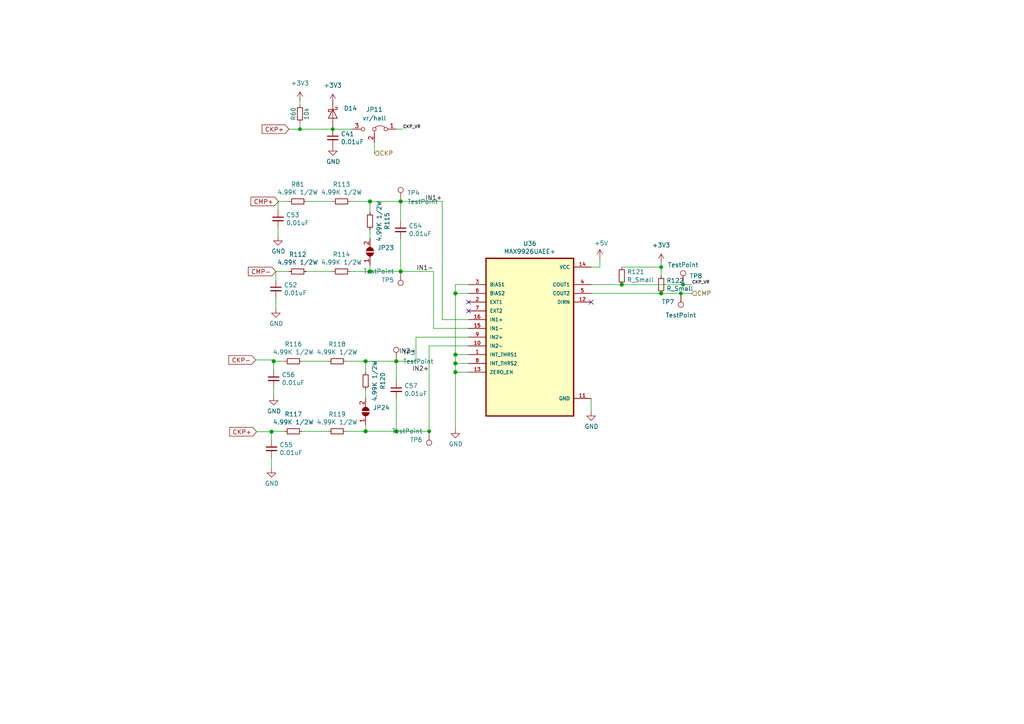
<source format=kicad_sch>
(kicad_sch (version 20211123) (generator eeschema)
  (paper "A4")
  (title_block (title "uEFI") (date "%%date%%") (rev "%%version%%") (company "Churrosoft") (comment 1 "MIT Licence"))
  (lib_symbols
    (symbol "Connector:TestPoint" (pin_numbers hide) (pin_names (offset 0.762) hide)
      (property "Reference" "TP" (at 0 6.858 0))
      (property "Value" "TestPoint" (at 0 5.08 0))
      (symbol "TestPoint_0_1"
        (circle (center 0 3.302) (radius 0.762))
      )
      (symbol "TestPoint_1_1"
        (pin passive line (at 0 0 90) (length 2.54) (name "1") (number "1"))
      )
    )
    (symbol "Device:C_Small" (pin_numbers hide) (pin_names (offset 0.254) hide)
      (property "Reference" "C" (at 0.254 1.778 0))
      (property "Value" "C_Small" (at 0.254 -2.032 0))
      (symbol "C_Small_0_1"
        (polyline (pts (xy -1.524 -0.508) (xy 1.524 -0.508)) (stroke (width 0.3302)))
        (polyline (pts (xy -1.524 0.508) (xy 1.524 0.508)) (stroke (width 0.3048)))
      )
      (symbol "C_Small_1_1"
        (pin passive line (at 0 2.54 270) (length 2.032) (name "~") (number "1"))
        (pin passive line (at 0 -2.54 90) (length 2.032) (name "~") (number "2"))
      )
    )
    (symbol "Device:R_Small" (pin_numbers hide) (pin_names (offset 0.254) hide)
      (property "Reference" "R" (at 0.762 0.508 0))
      (property "Value" "R_Small" (at 0.762 -1.016 0))
      (symbol "R_Small_0_1"
        (rectangle (start -0.762 1.778) (end 0.762 -1.778) (stroke (width 0.2032)))
      )
      (symbol "R_Small_1_1"
        (pin passive line (at 0 2.54 270) (length 0.762) (name "~") (number "1"))
        (pin passive line (at 0 -2.54 90) (length 0.762) (name "~") (number "2"))
      )
    )
    (symbol "Diode:PMEG2020EH" (pin_numbers hide) (pin_names hide)
      (property "Reference" "D" (at 0 2.54 0))
      (property "Value" "PMEG2020EH" (at 0 -2.54 0))
      (symbol "PMEG2020EH_0_1"
        (polyline (pts (xy 1.27 0) (xy -1.27 0)))
        (polyline (pts (xy 1.27 1.27) (xy 1.27 -1.27) (xy -1.27 0) (xy 1.27 1.27)) (stroke (width 0.2032)))
        (polyline (pts (xy -1.905 0.635) (xy -1.905 1.27) (xy -1.27 1.27) (xy -1.27 -1.27) (xy -0.635 -1.27) (xy -0.635 -0.635)) (stroke (width 0.2032)))
      )
      (symbol "PMEG2020EH_1_1"
        (pin passive line (at -3.81 0 0) (length 2.54) (name "K") (number "1"))
        (pin passive line (at 3.81 0 180) (length 2.54) (name "A") (number "2"))
      )
    )
    (symbol "Jumper:Jumper_3_Bridged12" (pin_names (offset 0) hide)
      (property "Reference" "JP" (at -2.54 -2.54 0))
      (property "Value" "Jumper_3_Bridged12" (at 0 2.794 0))
      (symbol "Jumper_3_Bridged12_0_0"
        (circle (center -3.302 0) (radius 0.508))
        (circle (center 0 0) (radius 0.508))
        (circle (center 3.302 0) (radius 0.508))
      )
      (symbol "Jumper_3_Bridged12_0_1"
        (arc (start -0.254 0.508) (mid -1.651 0.9912) (end -3.048 0.508))
        (polyline (pts (xy 0 -1.27) (xy 0 -0.508)))
      )
      (symbol "Jumper_3_Bridged12_1_1"
        (pin passive line (at -6.35 0 0) (length 2.54) (name "A") (number "1"))
        (pin passive line (at 0 -3.81 90) (length 2.54) (name "C") (number "2"))
        (pin passive line (at 6.35 0 180) (length 2.54) (name "B") (number "3"))
      )
    )
    (symbol "Jumper:SolderJumper_2_Open" (pin_names (offset 0) hide)
      (property "Reference" "JP" (at 0 2.032 0))
      (property "Value" "SolderJumper_2_Open" (at 0 -2.54 0))
      (symbol "SolderJumper_2_Open_0_1"
        (arc (start -0.254 1.016) (mid -1.27 0) (end -0.254 -1.016))
        (arc (start -0.254 1.016) (mid -1.27 0) (end -0.254 -1.016) (fill (type outline)))
        (polyline (pts (xy -0.254 1.016) (xy -0.254 -1.016)))
        (polyline (pts (xy 0.254 1.016) (xy 0.254 -1.016)))
        (arc (start 0.254 -1.016) (mid 1.27 0) (end 0.254 1.016))
        (arc (start 0.254 -1.016) (mid 1.27 0) (end 0.254 1.016) (fill (type outline)))
      )
      (symbol "SolderJumper_2_Open_1_1"
        (pin passive line (at -3.81 0 0) (length 2.54) (name "A") (number "1"))
        (pin passive line (at 3.81 0 180) (length 2.54) (name "B") (number "2"))
      )
    )
    (symbol "OpenEFI-STM32-rev3:MAX9926UAEE+" (pin_names (offset 1.016))
      (property "Reference" "U" (at -12.7 23.8506 0))
      (property "Value" "MAX9926UAEE+" (at -12.7 -26.8478 0))
      (symbol "MAX9926UAEE+_0_0"
        (rectangle (start -12.7 -22.86) (end 12.7 22.86) (stroke (width 0.4064)) (fill (type background)))
        (pin input line (at -17.78 -5.08 0) (length 5.08) (name "INT_THRS1") (number "1"))
        (pin input line (at -17.78 -2.54 0) (length 5.08) (name "IN2-") (number "10"))
        (pin power_in line (at 17.78 -17.78 180) (length 5.08) (name "GND") (number "11"))
        (pin output line (at 17.78 10.16 180) (length 5.08) (name "DIRN") (number "12"))
        (pin input line (at -17.78 -10.16 0) (length 5.08) (name "ZERO_EN") (number "13"))
        (pin power_in line (at 17.78 20.32 180) (length 5.08) (name "VCC") (number "14"))
        (pin input line (at -17.78 2.54 0) (length 5.08) (name "IN1-") (number "15"))
        (pin input line (at -17.78 5.08 0) (length 5.08) (name "IN1+") (number "16"))
        (pin input line (at -17.78 10.16 0) (length 5.08) (name "EXT1") (number "2"))
        (pin input line (at -17.78 15.24 0) (length 5.08) (name "BIAS1") (number "3"))
        (pin output line (at 17.78 15.24 180) (length 5.08) (name "COUT1") (number "4"))
        (pin output line (at 17.78 12.7 180) (length 5.08) (name "COUT2") (number "5"))
        (pin input line (at -17.78 12.7 0) (length 5.08) (name "BIAS2") (number "6"))
        (pin input line (at -17.78 7.62 0) (length 5.08) (name "EXT2") (number "7"))
        (pin input line (at -17.78 -7.62 0) (length 5.08) (name "INT_THRS2") (number "8"))
        (pin input line (at -17.78 0 0) (length 5.08) (name "IN2+") (number "9"))
      )
    )
    (symbol "power:+3V3" (power) (pin_names (offset 0))
      (property "Value" "+3V3" (at 0 3.556 0))
      (symbol "+3V3_0_1"
        (polyline (pts (xy -0.762 1.27) (xy 0 2.54)))
        (polyline (pts (xy 0 0) (xy 0 2.54)))
        (polyline (pts (xy 0 2.54) (xy 0.762 1.27)))
      )
      (symbol "+3V3_1_1"
        (pin power_in line (at 0 0 90) (length 0) hide (name "+3V3") (number "1"))
      )
    )
    (symbol "power:+5V" (power) (pin_names (offset 0))
      (property "Value" "+5V" (at 0 3.556 0))
      (symbol "+5V_0_1"
        (polyline (pts (xy -0.762 1.27) (xy 0 2.54)))
        (polyline (pts (xy 0 0) (xy 0 2.54)))
        (polyline (pts (xy 0 2.54) (xy 0.762 1.27)))
      )
      (symbol "+5V_1_1"
        (pin power_in line (at 0 0 90) (length 0) hide (name "+5V") (number "1"))
      )
    )
    (symbol "power:GND" (power) (pin_names (offset 0))
      (property "Value" "GND" (at 0 -3.81 0))
      (symbol "GND_0_1"
        (polyline (pts (xy 0 0) (xy 0 -1.27) (xy 1.27 -1.27) (xy 0 -2.54) (xy -1.27 -1.27) (xy 0 -1.27)))
      )
      (symbol "GND_1_1"
        (pin power_in line (at 0 0 270) (length 0) hide (name "GND") (number "1"))
      )
    )
  )
  (junction (at 116.205 78.74) (diameter 1.016))
  (junction (at 191.77 85.09) (diameter 1.016))
  (junction (at 116.205 58.42) (diameter 1.016))
  (junction (at 106.045 104.775) (diameter 1.016))
  (junction (at 114.935 125.095) (diameter 1.016))
  (junction (at 132.08 105.41) (diameter 1.016))
  (junction (at 197.485 85.09) (diameter 0.9144))
  (junction (at 78.74 125.222) (diameter 1.016))
  (junction (at 132.08 85.09) (diameter 1.016))
  (junction (at 191.77 77.47))
  (junction (at 132.08 107.95) (diameter 1.016))
  (junction (at 96.52 37.465))
  (junction (at 79.375 104.775) (diameter 1.016))
  (junction (at 106.045 125.095) (diameter 1.016))
  (junction (at 180.34 82.55) (diameter 1.016))
  (junction (at 107.315 78.74) (diameter 1.016))
  (junction (at 114.935 104.775) (diameter 1.016))
  (junction (at 86.995 37.465))
  (junction (at 132.08 102.87) (diameter 1.016))
  (junction (at 107.315 58.42) (diameter 1.016))
  (junction (at 124.46 125.095) (diameter 0.9144))
  (junction (at 198.12 82.55) (diameter 0.9144))
  (no_connect (at 135.89 90.17))
  (no_connect (at 171.45 87.63))
  (no_connect (at 135.89 87.63))
  (wire (pts (xy 87.63 104.775) (xy 95.25 104.775)))
  (wire (pts (xy 88.9 78.74) (xy 96.52 78.74)))
  (wire (pts (xy 125.73 78.74) (xy 116.205 78.74)))
  (wire (pts (xy 132.08 124.46) (xy 132.08 107.95)))
  (wire (pts (xy 107.315 78.74) (xy 116.205 78.74)))
  (wire (pts (xy 132.08 107.95) (xy 135.89 107.95)))
  (wire (pts (xy 132.08 102.87) (xy 135.89 102.87)))
  (wire (pts (xy 135.89 100.33) (xy 124.46 100.33)))
  (wire (pts (xy 132.08 105.41) (xy 135.89 105.41)))
  (wire (pts (xy 135.89 85.09) (xy 132.08 85.09)))
  (wire (pts (xy 79.375 107.315) (xy 79.375 104.775)))
  (wire (pts (xy 171.45 82.55) (xy 180.34 82.55)))
  (wire (pts (xy 171.45 85.09) (xy 191.77 85.09)))
  (wire (pts (xy 116.205 58.42) (xy 107.315 58.42)))
  (wire (pts (xy 132.08 105.41) (xy 132.08 102.87)))
  (wire (pts (xy 86.995 35.56) (xy 86.995 37.465)))
  (wire (pts (xy 106.045 107.95) (xy 106.045 104.775)))
  (wire (pts (xy 86.995 37.465) (xy 96.52 37.465)))
  (wire (pts (xy 124.46 100.33) (xy 124.46 125.095)))
  (wire (pts (xy 114.935 37.465) (xy 116.84 37.465)))
  (wire (pts (xy 135.89 82.55) (xy 132.08 82.55)))
  (wire (pts (xy 106.045 125.095) (xy 114.935 125.095)))
  (wire (pts (xy 114.935 104.775) (xy 106.045 104.775)))
  (wire (pts (xy 128.27 58.42) (xy 116.205 58.42)))
  (wire (pts (xy 124.46 125.095) (xy 114.935 125.095)))
  (wire (pts (xy 107.315 58.42) (xy 101.6 58.42)))
  (wire (pts (xy 135.89 92.71) (xy 128.27 92.71)))
  (wire (pts (xy 114.935 115.57) (xy 114.935 125.095)))
  (wire (pts (xy 120.65 97.79) (xy 120.65 104.775)))
  (wire (pts (xy 106.045 123.19) (xy 106.045 125.095)))
  (wire (pts (xy 128.27 92.71) (xy 128.27 58.42)))
  (wire (pts (xy 80.01 86.36) (xy 80.01 89.535)))
  (wire (pts (xy 80.645 66.04) (xy 80.645 68.58)))
  (wire (pts (xy 74.422 125.222) (xy 78.74 125.222)))
  (wire (pts (xy 114.935 110.49) (xy 114.935 104.775)))
  (wire (pts (xy 101.6 78.74) (xy 107.315 78.74)))
  (wire (pts (xy 106.045 104.775) (xy 100.33 104.775)))
  (wire (pts (xy 132.08 82.55) (xy 132.08 85.09)))
  (wire (pts (xy 78.74 125.095) (xy 82.55 125.095)))
  (wire (pts (xy 125.73 95.25) (xy 125.73 78.74)))
  (wire (pts (xy 100.33 125.095) (xy 106.045 125.095)))
  (wire (pts (xy 88.9 58.42) (xy 96.52 58.42)))
  (wire (pts (xy 191.77 85.09) (xy 197.485 85.09)))
  (wire (pts (xy 197.485 85.09) (xy 200.66 85.09)))
  (wire (pts (xy 191.77 76.2) (xy 191.77 77.47)))
  (wire (pts (xy 135.89 95.25) (xy 125.73 95.25)))
  (wire (pts (xy 80.01 81.28) (xy 80.01 78.74)))
  (wire (pts (xy 80.645 58.42) (xy 83.82 58.42)))
  (wire (pts (xy 79.375 104.775) (xy 82.55 104.775)))
  (wire (pts (xy 96.52 36.83) (xy 96.52 37.465)))
  (wire (pts (xy 171.45 115.57) (xy 171.45 119.38)))
  (wire (pts (xy 191.77 80.01) (xy 191.77 77.47)))
  (wire (pts (xy 180.34 82.55) (xy 198.12 82.55)))
  (wire (pts (xy 198.12 82.55) (xy 200.66 82.55)))
  (wire (pts (xy 107.315 76.835) (xy 107.315 78.74)))
  (wire (pts (xy 78.74 125.222) (xy 78.74 127.635)))
  (wire (pts (xy 107.315 61.595) (xy 107.315 58.42)))
  (wire (pts (xy 116.205 69.215) (xy 116.205 78.74)))
  (wire (pts (xy 74.168 104.394) (xy 79.375 104.394)))
  (wire (pts (xy 191.77 77.47) (xy 180.34 77.47)))
  (wire (pts (xy 79.375 104.394) (xy 79.375 104.775)))
  (wire (pts (xy 132.08 85.09) (xy 132.08 102.87)))
  (wire (pts (xy 83.82 37.465) (xy 86.995 37.465)))
  (wire (pts (xy 120.65 104.775) (xy 114.935 104.775)))
  (wire (pts (xy 87.63 125.095) (xy 95.25 125.095)))
  (wire (pts (xy 173.99 74.93) (xy 173.99 77.47)))
  (wire (pts (xy 108.585 41.275) (xy 108.585 44.45)))
  (wire (pts (xy 173.99 77.47) (xy 171.45 77.47)))
  (wire (pts (xy 107.315 66.675) (xy 107.315 69.215)))
  (wire (pts (xy 78.74 132.715) (xy 78.74 135.89)))
  (wire (pts (xy 86.995 29.21) (xy 86.995 30.48)))
  (wire (pts (xy 80.645 60.96) (xy 80.645 58.42)))
  (wire (pts (xy 135.89 97.79) (xy 120.65 97.79)))
  (wire (pts (xy 79.375 112.395) (xy 79.375 114.935)))
  (wire (pts (xy 96.52 29.21) (xy 96.52 29.845)))
  (wire (pts (xy 78.74 125.095) (xy 78.74 125.222)))
  (wire (pts (xy 80.01 78.74) (xy 83.82 78.74)))
  (wire (pts (xy 116.205 64.135) (xy 116.205 58.42)))
  (wire (pts (xy 132.08 107.95) (xy 132.08 105.41)))
  (wire (pts (xy 106.045 113.03) (xy 106.045 115.57)))
  (wire (pts (xy 96.52 37.465) (xy 102.235 37.465)))
  (label "IN1+" (at 128.27 58.42 180))
  (label "IN2-" (at 120.65 102.87 180))
  (label "CKP_VR" (at 116.84 37.465 0) (effects (font (size 0.889 0.889))))
  (label "IN1-" (at 125.73 78.74 180))
  (label "CKP_VR" (at 200.66 82.55 0) (effects (font (size 0.889 0.889))))
  (label "IN2+" (at 124.46 107.95 180))
  (global_label "CMP-" (shape input) (at 80.01 78.74 180) (property "Intersheet References" "${INTERSHEET_REFS}" (effects hide)))
  (global_label "CMP+" (shape input) (at 80.772 58.42 180) (property "Intersheet References" "${INTERSHEET_REFS}" (effects hide)))
  (global_label "CKP+" (shape input) (at 83.82 37.465 180) (property "Intersheet References" "${INTERSHEET_REFS}" (effects hide)))
  (global_label "CKP-" (shape input) (at 74.168 104.394 180) (property "Intersheet References" "${INTERSHEET_REFS}" (effects hide)))
  (global_label "CKP+" (shape input) (at 74.422 125.222 180) (property "Intersheet References" "${INTERSHEET_REFS}" (effects hide)))
  (hierarchical_label "CKP" (shape input) (at 108.585 44.45 0))
  (hierarchical_label "CMP" (shape input) (at 200.66 85.09 0))
  (symbol (lib_id "Device:R_Small") (at 99.06 78.74 90) (unit 1)
    (property "Reference" "R114" (at 99.06 73.7932 90))
    (property "Value" "4.99K 1/2W" (at 99.06 76.0919 90))
    (property "Footprint" "Resistor_SMD:R_1210_3225Metric" (effects hide))
    (property "LCSC" "C407178" (effects hide))
  )
  (symbol (lib_id "Device:R_Small") (at 86.995 33.02 0) (mirror y) (unit 1)
    (property "Reference" "R60" (at 85.09 33.02 90))
    (property "Value" "10k" (at 88.9 33.02 90))
    (property "Footprint" "Resistor_SMD:R_0603_1608Metric" (effects hide))
  )
  (symbol (lib_id "power:GND") (at 80.01 89.535 0) (unit 1)
    (property "Reference" "#PWR023" (effects hide))
    (property "Value" "GND" (at 80.1243 93.8594 0))
  )
  (symbol (lib_id "Device:C_Small") (at 79.375 109.855 0) (unit 1)
    (property "Reference" "C56" (at 81.6992 108.7056 0) (effects (justify left)))
    (property "Value" "0.01uF" (at 81.6992 111.0043 0) (effects (justify left)))
    (property "Footprint" "Capacitor_SMD:C_0805_2012Metric" (effects hide))
    (property "LCSC" "C100042" (effects hide))
  )
  (symbol (lib_id "Device:R_Small") (at 85.09 125.095 90) (unit 1)
    (property "Reference" "R117" (at 85.09 120.1482 90))
    (property "Value" "4.99K 1/2W" (at 85.09 122.4469 90))
    (property "Footprint" "Resistor_SMD:R_1210_3225Metric" (effects hide))
    (property "LCSC" "C407178" (effects hide))
  )
  (symbol (lib_id "power:+5V") (at 173.99 74.93 0) (unit 1)
    (property "Reference" "#PWR0163" (effects hide))
    (property "Value" "+5V" (at 174.371 70.5358 0))
  )
  (symbol (lib_id "power:GND") (at 132.08 124.46 0) (unit 1)
    (property "Reference" "#PWR0176" (effects hide))
    (property "Value" "GND" (at 132.1943 128.7844 0))
  )
  (symbol (lib_id "Device:C_Small") (at 78.74 130.175 0) (unit 1)
    (property "Reference" "C55" (at 81.0642 129.0256 0) (effects (justify left)))
    (property "Value" "0.01uF" (at 81.0642 131.3243 0) (effects (justify left)))
    (property "Footprint" "Capacitor_SMD:C_0805_2012Metric" (effects hide))
    (property "LCSC" "C100042" (effects hide))
  )
  (symbol (lib_id "power:GND") (at 80.645 68.58 0) (unit 1)
    (property "Reference" "#PWR0172" (effects hide))
    (property "Value" "GND" (at 80.7593 72.9044 0))
  )
  (symbol (lib_id "Device:R_Small") (at 85.09 104.775 90) (unit 1)
    (property "Reference" "R116" (at 85.09 99.8282 90))
    (property "Value" "4.99K 1/2W" (at 85.09 102.1269 90))
    (property "Footprint" "Resistor_SMD:R_1210_3225Metric" (effects hide))
    (property "LCSC" "C407178" (effects hide))
  )
  (symbol (lib_id "Device:C_Small") (at 96.52 40.005 0) (unit 1)
    (property "Reference" "C41" (at 98.8442 38.8556 0) (effects (justify left)))
    (property "Value" "0.01uF" (at 98.8442 41.1543 0) (effects (justify left)))
    (property "Footprint" "Capacitor_SMD:C_0805_2012Metric" (effects hide))
    (property "LCSC" "C100042" (effects hide))
  )
  (symbol (lib_id "Connector:TestPoint") (at 116.205 78.74 180) (unit 1)
    (property "Reference" "TP5" (at 114.3 81.2166 0) (effects (justify left)))
    (property "Value" "TestPoint" (at 114.3 78.6766 0) (effects (justify left)))
    (property "Footprint" "TestPoint:TestPoint_Pad_1.0x1.0mm" (effects hide))
  )
  (symbol (lib_id "power:GND") (at 79.375 114.935 0) (unit 1)
    (property "Reference" "#PWR0174" (effects hide))
    (property "Value" "GND" (at 79.4893 119.2594 0))
  )
  (symbol (lib_id "power:+3V3") (at 191.77 76.2 0) (unit 1)
    (property "Reference" "#PWR0162" (effects hide))
    (property "Value" "+3V3" (at 191.77 71.12 0))
  )
  (symbol (lib_id "Device:R_Small") (at 107.315 64.135 0) (unit 1)
    (property "Reference" "R115" (at 112.2618 64.135 90))
    (property "Value" "4.99K 1/2W" (at 109.9631 64.135 90))
    (property "Footprint" "Resistor_SMD:R_1210_3225Metric" (effects hide))
    (property "LCSC" "C407178" (effects hide))
  )
  (symbol (lib_id "Jumper:SolderJumper_2_Open") (at 106.045 119.38 90) (unit 1)
    (property "Reference" "JP24" (at 108.1787 118.2306 90) (effects (justify right)))
    (property "Value" "SolderJumper_2_Open" (effects hide))
    (property "Footprint" "Jumper:SolderJumper-2_P1.3mm_Open_RoundedPad1.0x1.5mm" (effects hide))
  )
  (symbol (lib_id "power:GND") (at 171.45 119.38 0) (unit 1)
    (property "Reference" "#PWR0177" (effects hide))
    (property "Value" "GND" (at 171.5643 123.7044 0))
  )
  (symbol (lib_id "Device:R_Small") (at 180.34 80.01 0) (unit 1)
    (property "Reference" "R121" (at 181.8387 78.8606 0) (effects (justify left)))
    (property "Value" "R_Small" (at 181.8387 81.1593 0) (effects (justify left)))
    (property "Footprint" "Resistor_SMD:R_0603_1608Metric" (effects hide))
  )
  (symbol (lib_id "power:+3V3") (at 86.995 29.21 0) (unit 1)
    (property "Reference" "#PWR076" (effects hide))
    (property "Value" "+3V3" (at 86.995 24.13 0))
  )
  (symbol (lib_id "power:GND") (at 78.74 135.89 0) (unit 1)
    (property "Reference" "#PWR0173" (effects hide))
    (property "Value" "GND" (at 78.8543 140.2144 0))
  )
  (symbol (lib_id "Connector:TestPoint") (at 197.485 85.09 180) (unit 1)
    (property "Reference" "TP7" (at 195.58 87.5666 0) (effects (justify left)))
    (property "Value" "TestPoint" (at 201.93 91.44 0) (effects (justify left)))
    (property "Footprint" "TestPoint:TestPoint_Pad_1.0x1.0mm" (effects hide))
  )
  (symbol (lib_id "Device:R_Small") (at 97.79 104.775 90) (unit 1)
    (property "Reference" "R118" (at 97.79 99.8282 90))
    (property "Value" "4.99K 1/2W" (at 97.79 102.1269 90))
    (property "Footprint" "Resistor_SMD:R_1210_3225Metric" (effects hide))
    (property "LCSC" "C407178" (effects hide))
  )
  (symbol (lib_id "Diode:PMEG2020EH") (at 96.52 33.02 270) (unit 1)
    (property "Reference" "D14" (at 99.695 31.4324 90) (effects (justify left)))
    (property "Value" "K26" (effects hide))
    (property "Footprint" "Diode_SMD:D_SOD-123F" (effects hide))
    (property "Datasheet" "https://datasheet.lcsc.com/lcsc/2111221830_GOODWORK-K26_C2922179.pdf" (effects hide))
    (property "LCSC" "C2922179" (effects hide))
  )
  (symbol (lib_id "Jumper:Jumper_3_Bridged12") (at 108.585 37.465 0) (mirror y) (unit 1)
    (property "Reference" "JP11" (at 108.585 31.75 0))
    (property "Value" "vr/hall" (at 108.585 34.29 0))
    (property "Footprint" "Jumper:SolderJumper-3_P1.3mm_Bridged2Bar12_Pad1.0x1.5mm_NumberLabels" (effects hide))
  )
  (symbol (lib_id "Device:R_Small") (at 191.77 82.55 0) (unit 1)
    (property "Reference" "R122" (at 193.2687 81.4006 0) (effects (justify left)))
    (property "Value" "R_Small" (at 193.2687 83.6993 0) (effects (justify left)))
    (property "Footprint" "Resistor_SMD:R_0603_1608Metric" (effects hide))
  )
  (symbol (lib_id "power:+3V3") (at 96.52 29.845 0) (unit 1)
    (property "Reference" "#PWR055" (effects hide))
    (property "Value" "+3V3" (at 96.52 24.765 0))
  )
  (symbol (lib_id "Connector:TestPoint") (at 124.46 125.095 180) (unit 1)
    (property "Reference" "TP6" (at 122.555 127.5716 0) (effects (justify left)))
    (property "Value" "TestPoint" (at 122.555 125.0316 0) (effects (justify left)))
    (property "Footprint" "TestPoint:TestPoint_Pad_1.0x1.0mm" (effects hide))
  )
  (symbol (lib_id "OpenEFI-STM32-rev3:MAX9926UAEE+") (at 153.67 97.79 0) (unit 1)
    (property "Reference" "U36" (at 153.67 70.6436 0))
    (property "Value" "MAX9926UAEE+" (at 153.67 72.9423 0))
    (property "Footprint" "OpenEFI-STM32F_rev3:SOP63P602X175-16N" (effects hide))
    (property "Description" "Variable Reluctance Sensor Interface 16-Pin QSOP Tube" (effects hide))
    (property "MF" "Maxim Integrated" (effects hide))
    (property "Availability" "Unavailable" (effects hide))
    (property "Package" "QSOP-16 Maxim" (effects hide))
    (property "MP" "MAX9926UAEE+" (effects hide))
    (property "Price" "None" (effects hide))
  )
  (symbol (lib_id "Device:C_Small") (at 116.205 66.675 0) (unit 1)
    (property "Reference" "C54" (at 118.5292 65.5256 0) (effects (justify left)))
    (property "Value" "0.01uF" (at 118.5292 67.8243 0) (effects (justify left)))
    (property "Footprint" "Capacitor_SMD:C_0805_2012Metric" (effects hide))
    (property "LCSC" "C100042" (effects hide))
  )
  (symbol (lib_id "power:GND") (at 96.52 42.545 0) (unit 1)
    (property "Reference" "#PWR058" (effects hide))
    (property "Value" "GND" (at 96.6343 46.8694 0))
  )
  (symbol (lib_id "Device:R_Small") (at 97.79 125.095 90) (unit 1)
    (property "Reference" "R119" (at 97.79 120.1482 90))
    (property "Value" "4.99K 1/2W" (at 97.79 122.4469 90))
    (property "Footprint" "Resistor_SMD:R_1210_3225Metric" (effects hide))
    (property "LCSC" "C407178" (effects hide))
  )
  (symbol (lib_id "Device:R_Small") (at 86.36 78.74 90) (unit 1)
    (property "Reference" "R112" (at 86.36 73.7932 90))
    (property "Value" "4.99K 1/2W" (at 86.36 76.0919 90))
    (property "Footprint" "Resistor_SMD:R_1210_3225Metric" (effects hide))
    (property "LCSC" "C407178" (effects hide))
  )
  (symbol (lib_id "Device:R_Small") (at 99.06 58.42 90) (unit 1)
    (property "Reference" "R113" (at 99.06 53.4732 90))
    (property "Value" "4.99K 1/2W" (at 99.06 55.7719 90))
    (property "Footprint" "Resistor_SMD:R_1210_3225Metric" (effects hide))
    (property "LCSC" "C407178" (effects hide))
  )
  (symbol (lib_id "Device:R_Small") (at 86.36 58.42 90) (unit 1)
    (property "Reference" "R81" (at 86.36 53.4732 90))
    (property "Value" "4.99K 1/2W" (at 86.36 55.7719 90))
    (property "Footprint" "Resistor_SMD:R_1210_3225Metric" (effects hide))
    (property "LCSC" "C407178" (effects hide))
  )
  (symbol (lib_id "Device:R_Small") (at 106.045 110.49 0) (unit 1)
    (property "Reference" "R120" (at 110.9918 110.49 90))
    (property "Value" "4.99K 1/2W" (at 108.6931 110.49 90))
    (property "Footprint" "Resistor_SMD:R_1210_3225Metric" (effects hide))
    (property "LCSC" "C407178" (effects hide))
  )
  (symbol (lib_id "Device:C_Small") (at 114.935 113.03 0) (unit 1)
    (property "Reference" "C57" (at 117.2592 111.8806 0) (effects (justify left)))
    (property "Value" "0.01uF" (at 117.2592 114.1793 0) (effects (justify left)))
    (property "Footprint" "Capacitor_SMD:C_0805_2012Metric" (effects hide))
    (property "LCSC" "C100042" (effects hide))
  )
  (symbol (lib_id "Connector:TestPoint") (at 198.12 82.55 0) (unit 1)
    (property "Reference" "TP8" (at 200.025 80.0734 0) (effects (justify left)))
    (property "Value" "TestPoint" (at 193.675 76.835 0) (effects (justify left)))
    (property "Footprint" "TestPoint:TestPoint_Pad_1.0x1.0mm" (effects hide))
  )
  (symbol (lib_id "Device:C_Small") (at 80.01 83.82 0) (unit 1)
    (property "Reference" "C52" (at 82.3342 82.6706 0) (effects (justify left)))
    (property "Value" "0.01uF" (at 82.3342 84.9693 0) (effects (justify left)))
    (property "Footprint" "Capacitor_SMD:C_0805_2012Metric" (effects hide))
    (property "LCSC" "C100042" (effects hide))
  )
  (symbol (lib_id "Device:C_Small") (at 80.645 63.5 0) (unit 1)
    (property "Reference" "C53" (at 82.9692 62.3506 0) (effects (justify left)))
    (property "Value" "0.01uF" (at 82.9692 64.6493 0) (effects (justify left)))
    (property "Footprint" "Capacitor_SMD:C_0805_2012Metric" (effects hide))
    (property "LCSC" "C100042" (effects hide))
  )
  (symbol (lib_id "Connector:TestPoint") (at 114.935 104.775 0) (unit 1)
    (property "Reference" "TP3" (at 116.84 102.2984 0) (effects (justify left)))
    (property "Value" "TestPoint" (at 116.84 104.8384 0) (effects (justify left)))
    (property "Footprint" "TestPoint:TestPoint_Pad_1.0x1.0mm" (effects hide))
  )
  (symbol (lib_id "Jumper:SolderJumper_2_Open") (at 107.315 73.025 90) (unit 1)
    (property "Reference" "JP23" (at 109.4487 71.8756 90) (effects (justify right)))
    (property "Value" "SolderJumper_2_Open" (effects hide))
    (property "Footprint" "Jumper:SolderJumper-2_P1.3mm_Open_RoundedPad1.0x1.5mm" (effects hide))
  )
  (symbol (lib_id "Connector:TestPoint") (at 116.205 58.42 0) (unit 1)
    (property "Reference" "TP4" (at 118.11 55.9434 0) (effects (justify left)))
    (property "Value" "TestPoint" (at 118.11 58.4834 0) (effects (justify left)))
    (property "Footprint" "TestPoint:TestPoint_Pad_1.0x1.0mm" (effects hide))
  )
)
</source>
